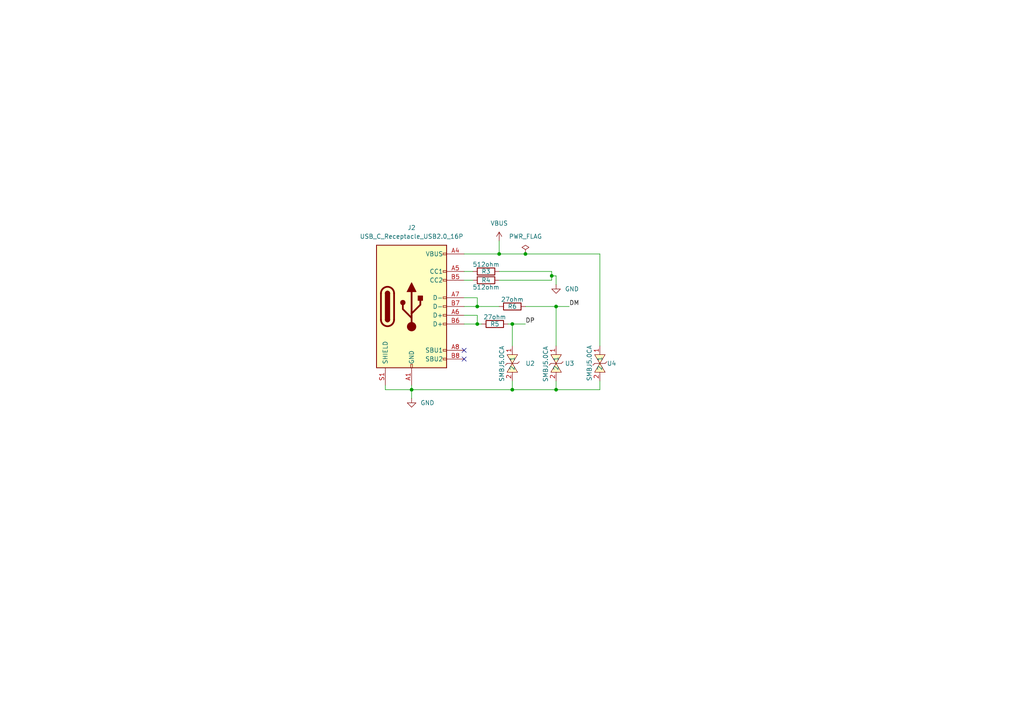
<source format=kicad_sch>
(kicad_sch (version 20231120) (generator "eeschema") (generator_version "8.0")
  (paper "A4")
  (title_block (title "TypeC Power Supplier with USB2.0 Support") (date "2024-09-01") (company "Krysztal Huang"))
  (lib_symbols
    (symbol "Connector:USB_C_Receptacle_USB2.0_16P" (pin_names (offset 1.016))
      (property "Reference" "J" (at 0 22.225 0))
      (property "Value" "USB_C_Receptacle_USB2.0_16P" (at 0 19.685 0))
      (symbol "USB_C_Receptacle_USB2.0_16P_0_0"
        (rectangle (start -0.254 -17.78) (end 0.254 -16.764))
        (rectangle (start 10.16 -14.986) (end 9.144 -15.494))
        (rectangle (start 10.16 -12.446) (end 9.144 -12.954))
        (rectangle (start 10.16 -4.826) (end 9.144 -5.334))
        (rectangle (start 10.16 -2.286) (end 9.144 -2.794))
        (rectangle (start 10.16 0.254) (end 9.144 -0.254))
        (rectangle (start 10.16 2.794) (end 9.144 2.286))
        (rectangle (start 10.16 7.874) (end 9.144 7.366))
        (rectangle (start 10.16 10.414) (end 9.144 9.906))
        (rectangle (start 10.16 15.494) (end 9.144 14.986))
      )
      (symbol "USB_C_Receptacle_USB2.0_16P_0_1"
        (rectangle (start -10.16 17.78) (end 10.16 -17.78) (stroke (width 0.254)) (fill (type background)))
        (arc (start -8.89 -3.81) (mid -6.985 -5.7067) (end -5.08 -3.81) (stroke (width 0.508)))
        (arc (start -7.62 -3.81) (mid -6.985 -4.4423) (end -6.35 -3.81) (stroke (width 0.254)))
        (arc (start -7.62 -3.81) (mid -6.985 -4.4423) (end -6.35 -3.81) (stroke (width 0.254)) (fill (type outline)))
        (rectangle (start -7.62 -3.81) (end -6.35 3.81) (stroke (width 0.254)) (fill (type outline)))
        (arc (start -6.35 3.81) (mid -6.985 4.4423) (end -7.62 3.81) (stroke (width 0.254)))
        (arc (start -6.35 3.81) (mid -6.985 4.4423) (end -7.62 3.81) (stroke (width 0.254)) (fill (type outline)))
        (arc (start -5.08 3.81) (mid -6.985 5.7067) (end -8.89 3.81) (stroke (width 0.508)))
        (circle (center -2.54 1.143) (radius 0.635) (stroke (width 0.254)) (fill (type outline)))
        (circle (center 0 -5.842) (radius 1.27) (fill (type outline)))
        (polyline (pts (xy -8.89 -3.81) (xy -8.89 3.81)) (stroke (width 0.508)))
        (polyline (pts (xy -5.08 3.81) (xy -5.08 -3.81)) (stroke (width 0.508)))
        (polyline (pts (xy 0 -5.842) (xy 0 4.318)) (stroke (width 0.508)))
        (polyline (pts (xy 0 -3.302) (xy -2.54 -0.762) (xy -2.54 0.508)) (stroke (width 0.508)))
        (polyline (pts (xy 0 -2.032) (xy 2.54 0.508) (xy 2.54 1.778)) (stroke (width 0.508)))
        (polyline (pts (xy -1.27 4.318) (xy 0 6.858) (xy 1.27 4.318) (xy -1.27 4.318)) (stroke (width 0.254)) (fill (type outline)))
        (rectangle (start 1.905 1.778) (end 3.175 3.048) (stroke (width 0.254)) (fill (type outline)))
      )
      (symbol "USB_C_Receptacle_USB2.0_16P_1_1"
        (pin passive line (at 0 -22.86 90) (length 5.08) (name "GND") (number "A1"))
        (pin passive line (at 0 -22.86 90) (length 5.08) hide (name "GND") (number "A12"))
        (pin passive line (at 15.24 15.24 180) (length 5.08) (name "VBUS") (number "A4"))
        (pin bidirectional line (at 15.24 10.16 180) (length 5.08) (name "CC1") (number "A5"))
        (pin bidirectional line (at 15.24 -2.54 180) (length 5.08) (name "D+") (number "A6"))
        (pin bidirectional line (at 15.24 2.54 180) (length 5.08) (name "D-") (number "A7"))
        (pin bidirectional line (at 15.24 -12.7 180) (length 5.08) (name "SBU1") (number "A8"))
        (pin passive line (at 15.24 15.24 180) (length 5.08) hide (name "VBUS") (number "A9"))
        (pin passive line (at 0 -22.86 90) (length 5.08) hide (name "GND") (number "B1"))
        (pin passive line (at 0 -22.86 90) (length 5.08) hide (name "GND") (number "B12"))
        (pin passive line (at 15.24 15.24 180) (length 5.08) hide (name "VBUS") (number "B4"))
        (pin bidirectional line (at 15.24 7.62 180) (length 5.08) (name "CC2") (number "B5"))
        (pin bidirectional line (at 15.24 -5.08 180) (length 5.08) (name "D+") (number "B6"))
        (pin bidirectional line (at 15.24 0 180) (length 5.08) (name "D-") (number "B7"))
        (pin bidirectional line (at 15.24 -15.24 180) (length 5.08) (name "SBU2") (number "B8"))
        (pin passive line (at 15.24 15.24 180) (length 5.08) hide (name "VBUS") (number "B9"))
        (pin passive line (at -7.62 -22.86 90) (length 5.08) (name "SHIELD") (number "S1"))
      )
    )
    (symbol "Device:R" (pin_numbers hide) (pin_names (offset 0))
      (property "Reference" "R" (at 2.032 0 90))
      (property "Value" "R" (at 0 0 90))
      (symbol "R_0_1"
        (rectangle (start -1.016 -2.54) (end 1.016 2.54) (stroke (width 0.254)))
      )
      (symbol "R_1_1"
        (pin passive line (at 0 3.81 270) (length 1.27) (name "~") (number "1"))
        (pin passive line (at 0 -3.81 90) (length 1.27) (name "~") (number "2"))
      )
    )
    (symbol "easyeda2kicad:SMBJ5.0CA_C19077559"
      (property "Reference" "U" (at 0 5.08 0))
      (property "Value" "SMBJ5.0CA_C19077559" (at 0 -5.08 0))
      (symbol "SMBJ5.0CA_C19077559_0_1"
        (polyline (pts (xy 0 -1.52) (xy 0 1.52)))
        (polyline (pts (xy 0 -1.52) (xy 0.51 -2.03) (xy 0 -1.52)) (fill (type background)))
        (polyline (pts (xy 0 1.52) (xy -0.51 2.03) (xy 0 1.52)) (fill (type background)))
        (polyline (pts (xy -2.54 1.52) (xy 0 0) (xy -2.54 -1.52) (xy -2.54 1.52)) (fill (type background)))
        (polyline (pts (xy 2.54 1.52) (xy 0 0) (xy 2.54 -1.52) (xy 2.54 1.52)) (fill (type background)))
        (pin unspecified line (at -5.08 0 0) (length 2.54) (name "1") (number "1"))
        (pin unspecified line (at 5.08 0 180) (length 2.54) (name "2") (number "2"))
      )
    )
    (symbol "power:GND" (power) (pin_numbers hide) (pin_names (offset 0) hide)
      (property "Value" "GND" (at 0 -3.81 0))
      (symbol "GND_0_1"
        (polyline (pts (xy 0 0) (xy 0 -1.27) (xy 1.27 -1.27) (xy 0 -2.54) (xy -1.27 -1.27) (xy 0 -1.27)))
      )
      (symbol "GND_1_1"
        (pin power_in line (at 0 0 270) (length 0) (name "~") (number "1"))
      )
    )
    (symbol "power:PWR_FLAG" (power) (pin_numbers hide) (pin_names (offset 0) hide)
      (property "Value" "PWR_FLAG" (at 0 3.81 0))
      (symbol "PWR_FLAG_0_0"
        (pin power_out line (at 0 0 90) (length 0) (name "~") (number "1"))
      )
      (symbol "PWR_FLAG_0_1"
        (polyline (pts (xy 0 0) (xy 0 1.27) (xy -1.016 1.905) (xy 0 2.54) (xy 1.016 1.905) (xy 0 1.27)))
      )
    )
    (symbol "power:VBUS" (power) (pin_numbers hide) (pin_names (offset 0) hide)
      (property "Value" "VBUS" (at 0 3.556 0))
      (symbol "VBUS_0_1"
        (polyline (pts (xy -0.762 1.27) (xy 0 2.54)))
        (polyline (pts (xy 0 0) (xy 0 2.54)))
        (polyline (pts (xy 0 2.54) (xy 0.762 1.27)))
      )
      (symbol "VBUS_1_1"
        (pin power_in line (at 0 0 90) (length 0) (name "~") (number "1"))
      )
    )
  )
  (junction (at 138.43 88.9))
  (junction (at 148.59 93.98))
  (junction (at 161.29 88.9))
  (junction (at 119.38 113.03))
  (junction (at 144.78 73.66))
  (junction (at 161.29 113.03))
  (junction (at 148.59 113.03))
  (junction (at 138.43 93.98))
  (junction (at 160.02 80.01))
  (junction (at 152.4 73.66))
  (no_connect (at 134.62 101.6))
  (no_connect (at 134.62 104.14))
  (wire (pts (xy 161.29 110.49) (xy 161.29 113.03)))
  (wire (pts (xy 161.29 82.55) (xy 161.29 80.01)))
  (wire (pts (xy 138.43 91.44) (xy 138.43 93.98)))
  (wire (pts (xy 134.62 81.28) (xy 137.16 81.28)))
  (wire (pts (xy 160.02 78.74) (xy 160.02 80.01)))
  (wire (pts (xy 111.76 113.03) (xy 119.38 113.03)))
  (wire (pts (xy 148.59 93.98) (xy 148.59 100.33)))
  (wire (pts (xy 161.29 88.9) (xy 165.1 88.9)))
  (wire (pts (xy 161.29 80.01) (xy 160.02 80.01)))
  (wire (pts (xy 161.29 88.9) (xy 161.29 100.33)))
  (wire (pts (xy 138.43 86.36) (xy 138.43 88.9)))
  (wire (pts (xy 134.62 78.74) (xy 137.16 78.74)))
  (wire (pts (xy 111.76 113.03) (xy 111.76 111.76)))
  (wire (pts (xy 138.43 88.9) (xy 144.78 88.9)))
  (wire (pts (xy 119.38 111.76) (xy 119.38 113.03)))
  (wire (pts (xy 148.59 93.98) (xy 152.4 93.98)))
  (wire (pts (xy 134.62 91.44) (xy 138.43 91.44)))
  (wire (pts (xy 148.59 93.98) (xy 147.32 93.98)))
  (wire (pts (xy 144.78 78.74) (xy 160.02 78.74)))
  (wire (pts (xy 134.62 73.66) (xy 144.78 73.66)))
  (wire (pts (xy 134.62 88.9) (xy 138.43 88.9)))
  (wire (pts (xy 134.62 86.36) (xy 138.43 86.36)))
  (wire (pts (xy 144.78 69.85) (xy 144.78 73.66)))
  (wire (pts (xy 152.4 88.9) (xy 161.29 88.9)))
  (wire (pts (xy 173.99 73.66) (xy 173.99 100.33)))
  (wire (pts (xy 134.62 93.98) (xy 138.43 93.98)))
  (wire (pts (xy 173.99 110.49) (xy 173.99 113.03)))
  (wire (pts (xy 144.78 81.28) (xy 160.02 81.28)))
  (wire (pts (xy 161.29 113.03) (xy 173.99 113.03)))
  (wire (pts (xy 148.59 110.49) (xy 148.59 113.03)))
  (wire (pts (xy 152.4 73.66) (xy 144.78 73.66)))
  (wire (pts (xy 148.59 113.03) (xy 161.29 113.03)))
  (wire (pts (xy 173.99 73.66) (xy 152.4 73.66)))
  (wire (pts (xy 139.7 93.98) (xy 138.43 93.98)))
  (wire (pts (xy 119.38 113.03) (xy 148.59 113.03)))
  (wire (pts (xy 160.02 80.01) (xy 160.02 81.28)))
  (wire (pts (xy 119.38 113.03) (xy 119.38 115.57)))
  (label "DM" (at 165.1 88.9 0))
  (label "DP" (at 152.4 93.98 0))
  (symbol (lib_id "Device:R") (at 143.51 93.98 90) (unit 1)
    (property "Reference" "R5" (at 143.51 93.98 90))
    (property "Value" "27ohm" (at 143.51 91.948 90))
    (property "Description" "Resistor" (effects (hide yes)))
  )
  (symbol (lib_id "easyeda2kicad:SMBJ5.0CA_C19077559") (at 161.29 105.41 270) (unit 1)
    (property "Reference" "U3" (at 163.83 105.41 90) (effects (justify left)))
    (property "Value" "SMBJ5.0CA" (at 158.242 100.33 0) (effects (justify left)))
    (property "Footprint" "easyeda2kicad:SMB_L4.5-W3.6-LS5.2-BI" (effects (hide yes)))
    (property "LCSC Part" "C19077559" (effects (hide yes)))
  )
  (symbol (lib_id "easyeda2kicad:SMBJ5.0CA_C19077559") (at 173.99 105.41 270) (unit 1)
    (property "Reference" "U4" (at 176.022 105.41 90) (effects (justify left)))
    (property "Value" "SMBJ5.0CA" (at 170.942 100.076 0) (effects (justify left)))
    (property "Footprint" "easyeda2kicad:SMB_L4.5-W3.6-LS5.2-BI" (effects (hide yes)))
    (property "LCSC Part" "C19077559" (effects (hide yes)))
  )
  (symbol (lib_id "Connector:USB_C_Receptacle_USB2.0_16P") (at 119.38 88.9 0) (unit 1)
    (property "Reference" "J2" (at 119.38 66.04 0))
    (property "Value" "USB_C_Receptacle_USB2.0_16P" (at 119.38 68.58 0))
    (property "Datasheet" "https://www.usb.org/sites/default/files/documents/usb_type-c.zip" (effects (hide yes)))
    (property "Description" "USB 2.0-only 16P Type-C Receptacle connector" (effects (hide yes)))
  )
  (symbol (lib_id "Device:R") (at 148.59 88.9 90) (unit 1)
    (property "Reference" "R6" (at 148.59 88.9 90))
    (property "Value" "27ohm" (at 148.59 86.868 90))
    (property "Description" "Resistor" (effects (hide yes)))
  )
  (symbol (lib_id "Device:R") (at 140.97 78.74 90) (unit 1)
    (property "Reference" "R3" (at 140.97 78.74 90))
    (property "Value" "512ohm" (at 140.97 76.708 90))
    (property "Description" "Resistor" (effects (hide yes)))
  )
  (symbol (lib_id "easyeda2kicad:SMBJ5.0CA_C19077559") (at 148.59 105.41 270) (unit 1)
    (property "Reference" "U2" (at 152.4 105.4099 90) (effects (justify left)))
    (property "Value" "SMBJ5.0CA" (at 145.542 110.744 0) (effects (justify right)))
    (property "Footprint" "easyeda2kicad:SMB_L4.5-W3.6-LS5.2-BI" (effects (hide yes)))
    (property "LCSC Part" "C19077559" (effects (hide yes)))
  )
  (symbol (lib_id "power:GND") (at 119.38 115.57 0) (unit 1)
    (property "Reference" "#PWR06" (effects (hide yes)))
    (property "Value" "GND" (at 121.92 116.8399 0) (effects (justify left)))
    (property "Description" "Power symbol creates a global label with name \"GND\" , ground" (effects (hide yes)))
  )
  (symbol (lib_id "Device:R") (at 140.97 81.28 90) (unit 1)
    (property "Reference" "R4" (at 140.97 81.28 90))
    (property "Value" "512ohm" (at 140.97 83.312 90))
    (property "Description" "Resistor" (effects (hide yes)))
  )
  (symbol (lib_id "power:VBUS") (at 144.78 69.85 0) (unit 1)
    (property "Reference" "#PWR07" (effects (hide yes)))
    (property "Value" "VBUS" (at 144.78 64.77 0))
    (property "Description" "Power symbol creates a global label with name \"VBUS\"" (effects (hide yes)))
  )
  (symbol (lib_id "power:GND") (at 161.29 82.55 0) (unit 1)
    (property "Reference" "#PWR08" (effects (hide yes)))
    (property "Value" "GND" (at 163.83 83.8199 0) (effects (justify left)))
    (property "Description" "Power symbol creates a global label with name \"GND\" , ground" (effects (hide yes)))
  )
  (symbol (lib_id "power:PWR_FLAG") (at 152.4 73.66 0) (unit 1)
    (property "Reference" "#FLG02" (effects (hide yes)))
    (property "Value" "PWR_FLAG" (at 152.4 68.58 0))
    (property "Description" "Special symbol for telling ERC where power comes from" (effects (hide yes)))
  )
)
</source>
